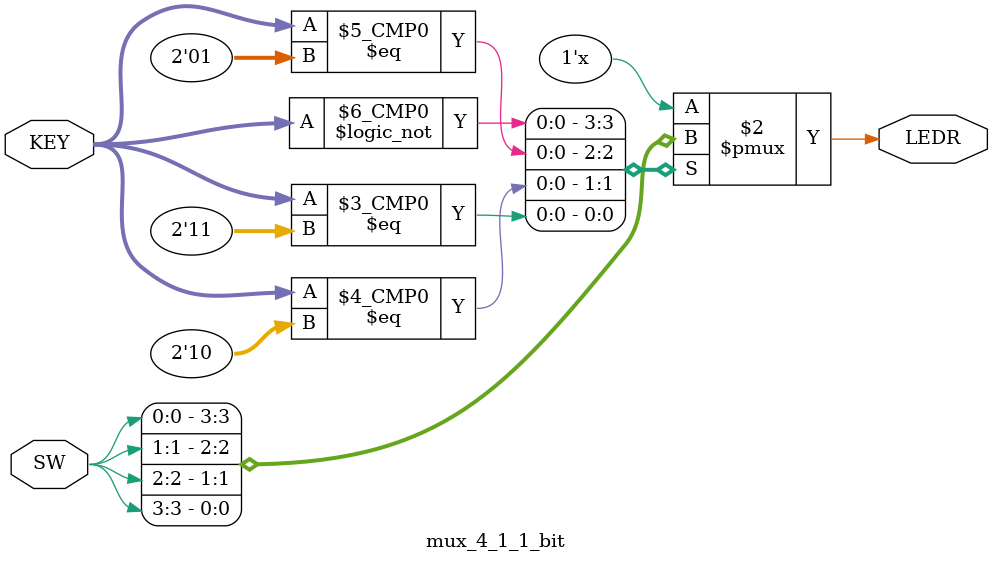
<source format=v>
module mux_4_1_1_bit (
	input [3:0] SW, input [1:0] KEY,
	output reg [0:0] LEDR);
	always @(*)
		case (KEY)
			2'b00: LEDR[0] = SW[0];
			2'b01: LEDR[0] = SW[1];
			2'b10: LEDR[0] = SW[2];
			2'b11: LEDR[0] = SW[3];
		endcase
endmodule
</source>
